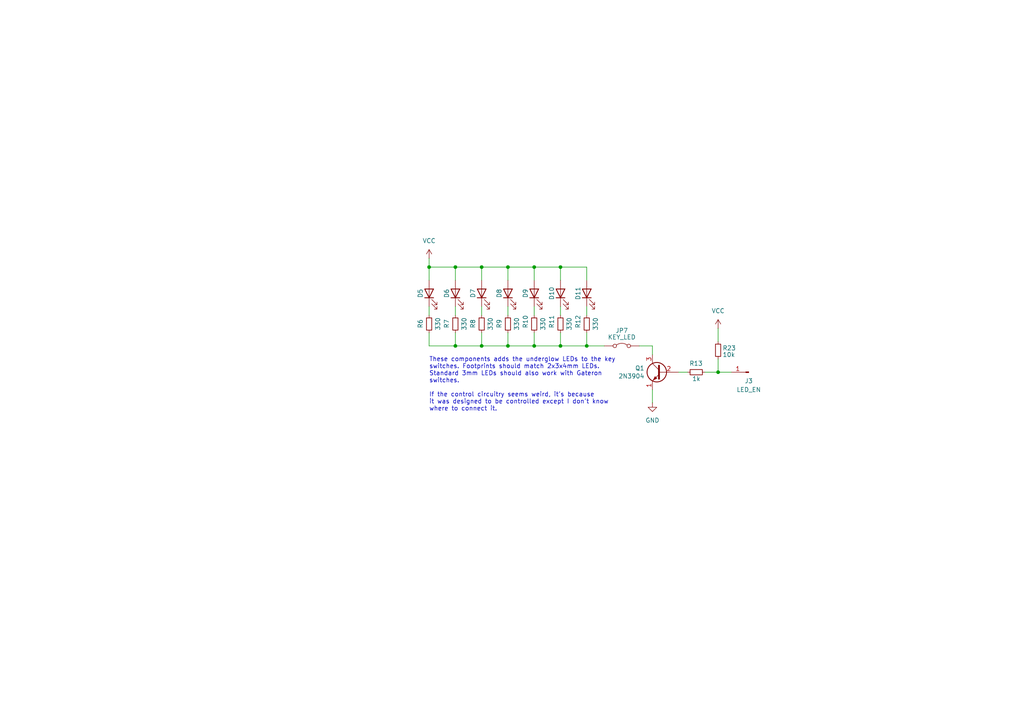
<source format=kicad_sch>
(kicad_sch (version 20231120) (generator "eeschema") (generator_version "8.0")
  (paper "A4")
  (lib_symbols
    (symbol "Connector:Conn_01x01_Pin" (pin_names (offset 1.016) hide)
      (property "Reference" "J" (at 0 2.54 0))
      (property "Value" "Conn_01x01_Pin" (at 0 -2.54 0))
      (symbol "Conn_01x01_Pin_1_1"
        (polyline (pts (xy 1.27 0) (xy 0.8636 0)) (stroke (width 0.1524)))
        (rectangle (start 0.8636 0.127) (end 0 -0.127) (stroke (width 0.1524)) (fill (type outline)))
        (pin passive line (at 5.08 0 180) (length 3.81) (name "Pin_1") (number "1"))
      )
    )
    (symbol "Device:LED" (pin_numbers hide) (pin_names (offset 1.016) hide)
      (property "Reference" "D" (at 0 2.54 0))
      (property "Value" "LED" (at 0 -2.54 0))
      (symbol "LED_0_1"
        (polyline (pts (xy -1.27 -1.27) (xy -1.27 1.27)) (stroke (width 0.254)))
        (polyline (pts (xy -1.27 0) (xy 1.27 0)))
        (polyline (pts (xy 1.27 -1.27) (xy 1.27 1.27) (xy -1.27 0) (xy 1.27 -1.27)) (stroke (width 0.254)))
        (polyline (pts (xy -3.048 -0.762) (xy -4.572 -2.286) (xy -3.81 -2.286) (xy -4.572 -2.286) (xy -4.572 -1.524)))
        (polyline (pts (xy -1.778 -0.762) (xy -3.302 -2.286) (xy -2.54 -2.286) (xy -3.302 -2.286) (xy -3.302 -1.524)))
      )
      (symbol "LED_1_1"
        (pin passive line (at -3.81 0 0) (length 2.54) (name "K") (number "1"))
        (pin passive line (at 3.81 0 180) (length 2.54) (name "A") (number "2"))
      )
    )
    (symbol "Device:R_Small" (pin_numbers hide) (pin_names (offset 0.254) hide)
      (property "Reference" "R" (at 0.762 0.508 0))
      (property "Value" "R_Small" (at 0.762 -1.016 0))
      (symbol "R_Small_0_1"
        (rectangle (start -0.762 1.778) (end 0.762 -1.778) (stroke (width 0.2032)))
      )
      (symbol "R_Small_1_1"
        (pin passive line (at 0 2.54 270) (length 0.762) (name "~") (number "1"))
        (pin passive line (at 0 -2.54 90) (length 0.762) (name "~") (number "2"))
      )
    )
    (symbol "Jumper:Jumper_2_Bridged" (pin_numbers hide) (pin_names (offset 0) hide) (exclude_from_sim yes)
      (property "Reference" "JP" (at 0 1.905 0))
      (property "Value" "Jumper_2_Bridged" (at 0 -2.54 0))
      (symbol "Jumper_2_Bridged_0_0"
        (circle (center -2.032 0) (radius 0.508))
        (circle (center 2.032 0) (radius 0.508))
      )
      (symbol "Jumper_2_Bridged_0_1"
        (arc (start 1.524 0.254) (mid 0 0.762) (end -1.524 0.254))
      )
      (symbol "Jumper_2_Bridged_1_1"
        (pin passive line (at -5.08 0 0) (length 2.54) (name "A") (number "1"))
        (pin passive line (at 5.08 0 180) (length 2.54) (name "B") (number "2"))
      )
    )
    (symbol "Transistor_BJT:2N3904" (pin_names (offset 0) hide)
      (property "Reference" "Q" (at 5.08 1.905 0))
      (property "Value" "2N3904" (at 5.08 0 0))
      (symbol "2N3904_0_1"
        (polyline (pts (xy 0.635 0.635) (xy 2.54 2.54)))
        (polyline (pts (xy 0.635 -0.635) (xy 2.54 -2.54) (xy 2.54 -2.54)))
        (polyline (pts (xy 0.635 1.905) (xy 0.635 -1.905) (xy 0.635 -1.905)) (stroke (width 0.508)))
        (polyline (pts (xy 1.27 -1.778) (xy 1.778 -1.27) (xy 2.286 -2.286) (xy 1.27 -1.778) (xy 1.27 -1.778)) (fill (type outline)))
        (circle (center 1.27 0) (radius 2.8194) (stroke (width 0.254)))
      )
      (symbol "2N3904_1_1"
        (pin passive line (at 2.54 -5.08 90) (length 2.54) (name "E") (number "1"))
        (pin passive line (at -5.08 0 0) (length 5.715) (name "B") (number "2"))
        (pin passive line (at 2.54 5.08 270) (length 2.54) (name "C") (number "3"))
      )
    )
    (symbol "power:GND" (power) (pin_numbers hide) (pin_names (offset 0) hide)
      (property "Value" "GND" (at 0 -3.81 0))
      (symbol "GND_0_1"
        (polyline (pts (xy 0 0) (xy 0 -1.27) (xy 1.27 -1.27) (xy 0 -2.54) (xy -1.27 -1.27) (xy 0 -1.27)))
      )
      (symbol "GND_1_1"
        (pin power_in line (at 0 0 270) (length 0) (name "~") (number "1"))
      )
    )
    (symbol "power:VCC" (power) (pin_numbers hide) (pin_names (offset 0) hide)
      (property "Value" "VCC" (at 0 3.556 0))
      (symbol "VCC_0_1"
        (polyline (pts (xy -0.762 1.27) (xy 0 2.54)))
        (polyline (pts (xy 0 0) (xy 0 2.54)))
        (polyline (pts (xy 0 2.54) (xy 0.762 1.27)))
      )
      (symbol "VCC_1_1"
        (pin power_in line (at 0 0 90) (length 0) (name "~") (number "1"))
      )
    )
  )
  (junction (at 208.28 107.95))
  (junction (at 154.94 100.33))
  (junction (at 162.56 100.33))
  (junction (at 132.08 77.47))
  (junction (at 124.46 77.47))
  (junction (at 147.32 77.47))
  (junction (at 147.32 100.33))
  (junction (at 170.18 100.33))
  (junction (at 139.7 77.47))
  (junction (at 139.7 100.33))
  (junction (at 162.56 77.47))
  (junction (at 154.94 77.47))
  (junction (at 132.08 100.33))
  (wire (pts (xy 170.18 88.9) (xy 170.18 91.44)))
  (wire (pts (xy 139.7 88.9) (xy 139.7 91.44)))
  (wire (pts (xy 139.7 96.52) (xy 139.7 100.33)))
  (wire (pts (xy 170.18 77.47) (xy 170.18 81.28)))
  (wire (pts (xy 124.46 77.47) (xy 124.46 74.93)))
  (wire (pts (xy 208.28 95.25) (xy 208.28 99.06)))
  (wire (pts (xy 124.46 77.47) (xy 124.46 81.28)))
  (wire (pts (xy 154.94 100.33) (xy 147.32 100.33)))
  (wire (pts (xy 154.94 88.9) (xy 154.94 91.44)))
  (wire (pts (xy 170.18 96.52) (xy 170.18 100.33)))
  (wire (pts (xy 154.94 77.47) (xy 147.32 77.47)))
  (wire (pts (xy 132.08 96.52) (xy 132.08 100.33)))
  (wire (pts (xy 124.46 96.52) (xy 124.46 100.33)))
  (wire (pts (xy 162.56 77.47) (xy 154.94 77.47)))
  (wire (pts (xy 208.28 104.14) (xy 208.28 107.95)))
  (wire (pts (xy 170.18 100.33) (xy 162.56 100.33)))
  (wire (pts (xy 139.7 100.33) (xy 132.08 100.33)))
  (wire (pts (xy 147.32 88.9) (xy 147.32 91.44)))
  (wire (pts (xy 185.42 100.33) (xy 189.23 100.33)))
  (wire (pts (xy 189.23 102.87) (xy 189.23 100.33)))
  (wire (pts (xy 189.23 113.03) (xy 189.23 116.84)))
  (wire (pts (xy 162.56 88.9) (xy 162.56 91.44)))
  (wire (pts (xy 132.08 100.33) (xy 124.46 100.33)))
  (wire (pts (xy 162.56 77.47) (xy 162.56 81.28)))
  (wire (pts (xy 162.56 100.33) (xy 154.94 100.33)))
  (wire (pts (xy 170.18 77.47) (xy 162.56 77.47)))
  (wire (pts (xy 147.32 77.47) (xy 147.32 81.28)))
  (wire (pts (xy 139.7 77.47) (xy 139.7 81.28)))
  (wire (pts (xy 139.7 77.47) (xy 132.08 77.47)))
  (wire (pts (xy 208.28 107.95) (xy 212.09 107.95)))
  (wire (pts (xy 199.39 107.95) (xy 196.85 107.95)))
  (wire (pts (xy 147.32 77.47) (xy 139.7 77.47)))
  (wire (pts (xy 124.46 88.9) (xy 124.46 91.44)))
  (wire (pts (xy 147.32 96.52) (xy 147.32 100.33)))
  (wire (pts (xy 154.94 77.47) (xy 154.94 81.28)))
  (wire (pts (xy 132.08 77.47) (xy 132.08 81.28)))
  (wire (pts (xy 170.18 100.33) (xy 175.26 100.33)))
  (wire (pts (xy 147.32 100.33) (xy 139.7 100.33)))
  (wire (pts (xy 204.47 107.95) (xy 208.28 107.95)))
  (wire (pts (xy 162.56 96.52) (xy 162.56 100.33)))
  (wire (pts (xy 154.94 96.52) (xy 154.94 100.33)))
  (wire (pts (xy 132.08 88.9) (xy 132.08 91.44)))
  (wire (pts (xy 132.08 77.47) (xy 124.46 77.47)))
  (text "These components adds the underglow LEDs to the key\nswitches. Footprints should match 2x3x4mm LEDs.\nStandard 3mm LEDs should also work with Gateron\nswitches.\n\nIf the control circuitry seems weird, it's because\nit was designed to be controlled except I don't know\nwhere to connect it." (at 124.46 119.38 0) (effects (font (size 1.27 1.27)) (justify left bottom)))
  (symbol (lib_id "Device:LED") (at 139.7 85.09 90) (unit 1)
    (property "Reference" "D7" (at 137.16 85.09 0))
    (property "Value" "LED" (effects (hide yes)))
    (property "Footprint" "LED_THT:LED_Rectangular_W3.0mm_H2.0mm" (effects (hide yes)))
  )
  (symbol (lib_id "Device:LED") (at 124.46 85.09 90) (unit 1)
    (property "Reference" "D5" (at 121.92 85.09 0))
    (property "Value" "LED" (effects (hide yes)))
    (property "Footprint" "LED_THT:LED_Rectangular_W3.0mm_H2.0mm" (effects (hide yes)))
  )
  (symbol (lib_id "power:VCC") (at 208.28 95.25 0) (unit 1)
    (property "Reference" "#PWR013" (effects (hide yes)))
    (property "Value" "VCC" (at 208.28 90.17 0))
    (property "Description" "Power symbol creates a global label with name \"VCC\"" (effects (hide yes)))
  )
  (symbol (lib_id "Transistor_BJT:2N3904") (at 191.77 107.95 0) (mirror y) (unit 1)
    (property "Reference" "Q1" (at 186.944 106.7816 0) (effects (justify left)))
    (property "Value" "2N3904" (at 186.944 109.093 0) (effects (justify left)))
    (property "Footprint" "Package_TO_SOT_THT:TO-92_Inline_Wide" (effects (hide yes)))
    (property "Datasheet" "https://www.onsemi.com/pub/Collateral/2N3903-D.PDF" (effects (hide yes)))
  )
  (symbol (lib_id "Device:LED") (at 132.08 85.09 90) (unit 1)
    (property "Reference" "D6" (at 129.54 85.09 0))
    (property "Value" "LED" (effects (hide yes)))
    (property "Footprint" "LED_THT:LED_Rectangular_W3.0mm_H2.0mm" (effects (hide yes)))
  )
  (symbol (lib_id "Device:LED") (at 147.32 85.09 90) (unit 1)
    (property "Reference" "D8" (at 144.78 85.09 0))
    (property "Value" "LED" (effects (hide yes)))
    (property "Footprint" "LED_THT:LED_Rectangular_W3.0mm_H2.0mm" (effects (hide yes)))
  )
  (symbol (lib_id "power:GND") (at 189.23 116.84 0) (unit 1)
    (property "Reference" "#PWR012" (effects (hide yes)))
    (property "Value" "GND" (at 189.23 121.92 0))
    (property "Description" "Power symbol creates a global label with name \"GND\" , ground" (effects (hide yes)))
  )
  (symbol (lib_id "Device:LED") (at 154.94 85.09 90) (unit 1)
    (property "Reference" "D9" (at 152.4 85.09 0))
    (property "Value" "LED" (effects (hide yes)))
    (property "Footprint" "LED_THT:LED_Rectangular_W3.0mm_H2.0mm" (effects (hide yes)))
  )
  (symbol (lib_id "Device:LED") (at 162.56 85.09 90) (unit 1)
    (property "Reference" "D10" (at 160.02 85.09 0))
    (property "Value" "LED" (effects (hide yes)))
    (property "Footprint" "LED_THT:LED_Rectangular_W3.0mm_H2.0mm" (effects (hide yes)))
  )
  (symbol (lib_id "Device:R_Small") (at 147.32 93.98 0) (unit 1)
    (property "Reference" "R9" (at 144.78 95.25 90) (effects (justify left)))
    (property "Value" "330" (at 149.86 95.885 90) (effects (justify left)))
    (property "Footprint" "Resistor_THT:R_Axial_DIN0207_L6.3mm_D2.5mm_P10.16mm_Horizontal" (effects (hide yes)))
  )
  (symbol (lib_id "Device:R_Small") (at 124.46 93.98 0) (unit 1)
    (property "Reference" "R6" (at 121.92 95.25 90) (effects (justify left)))
    (property "Value" "330" (at 127 95.885 90) (effects (justify left)))
    (property "Footprint" "Resistor_THT:R_Axial_DIN0207_L6.3mm_D2.5mm_P10.16mm_Horizontal" (effects (hide yes)))
  )
  (symbol (lib_id "Device:R_Small") (at 154.94 93.98 0) (unit 1)
    (property "Reference" "R10" (at 152.4 95.25 90) (effects (justify left)))
    (property "Value" "330" (at 157.48 95.885 90) (effects (justify left)))
    (property "Footprint" "Resistor_THT:R_Axial_DIN0207_L6.3mm_D2.5mm_P10.16mm_Horizontal" (effects (hide yes)))
  )
  (symbol (lib_id "Device:R_Small") (at 208.28 101.6 180) (unit 1)
    (property "Reference" "R23" (at 209.55 100.965 0) (effects (justify right)))
    (property "Value" "10k" (at 209.55 102.87 0) (effects (justify right)))
    (property "Footprint" "Resistor_THT:R_Axial_DIN0207_L6.3mm_D2.5mm_P10.16mm_Horizontal" (effects (hide yes)))
  )
  (symbol (lib_id "Connector:Conn_01x01_Pin") (at 217.17 107.95 0) (mirror y) (unit 1)
    (property "Reference" "J3" (at 217.17 110.49 0))
    (property "Value" "LED_EN" (at 217.17 113.03 0))
    (property "Footprint" "TestPoint:TestPoint_THTPad_D1.5mm_Drill0.7mm" (effects (hide yes)))
    (property "Description" "Generic connector, single row, 01x01, script generated" (effects (hide yes)))
  )
  (symbol (lib_id "Device:R_Small") (at 132.08 93.98 0) (unit 1)
    (property "Reference" "R7" (at 129.54 95.25 90) (effects (justify left)))
    (property "Value" "330" (at 134.62 95.885 90) (effects (justify left)))
    (property "Footprint" "Resistor_THT:R_Axial_DIN0207_L6.3mm_D2.5mm_P10.16mm_Horizontal" (effects (hide yes)))
  )
  (symbol (lib_id "Device:LED") (at 170.18 85.09 90) (unit 1)
    (property "Reference" "D11" (at 167.64 85.09 0))
    (property "Value" "LED" (effects (hide yes)))
    (property "Footprint" "LED_THT:LED_Rectangular_W3.0mm_H2.0mm" (effects (hide yes)))
  )
  (symbol (lib_id "Device:R_Small") (at 201.93 107.95 90) (mirror x) (unit 1)
    (property "Reference" "R13" (at 203.835 105.41 90) (effects (justify left)))
    (property "Value" "1k" (at 203.2 109.855 90) (effects (justify left)))
    (property "Footprint" "Resistor_THT:R_Axial_DIN0207_L6.3mm_D2.5mm_P10.16mm_Horizontal" (effects (hide yes)))
  )
  (symbol (lib_id "Jumper:Jumper_2_Bridged") (at 180.34 100.33 0) (unit 1) (exclude_from_sim yes)
    (property "Reference" "JP7" (at 180.34 95.885 0))
    (property "Value" "KEY_LED" (at 180.34 97.79 0))
    (property "Footprint" "Connector_PinHeader_2.54mm:PinHeader_1x02_P2.54mm_Horizontal" (effects (hide yes)))
    (property "Description" "Jumper, 2-pole, closed/bridged" (effects (hide yes)))
  )
  (symbol (lib_id "Device:R_Small") (at 139.7 93.98 0) (unit 1)
    (property "Reference" "R8" (at 137.16 95.25 90) (effects (justify left)))
    (property "Value" "330" (at 142.24 95.885 90) (effects (justify left)))
    (property "Footprint" "Resistor_THT:R_Axial_DIN0207_L6.3mm_D2.5mm_P10.16mm_Horizontal" (effects (hide yes)))
  )
  (symbol (lib_id "power:VCC") (at 124.46 74.93 0) (unit 1)
    (property "Reference" "#PWR011" (effects (hide yes)))
    (property "Value" "VCC" (at 124.46 69.85 0))
    (property "Description" "Power symbol creates a global label with name \"VCC\"" (effects (hide yes)))
  )
  (symbol (lib_id "Device:R_Small") (at 170.18 93.98 0) (unit 1)
    (property "Reference" "R12" (at 167.64 95.25 90) (effects (justify left)))
    (property "Value" "330" (at 172.72 95.885 90) (effects (justify left)))
    (property "Footprint" "Resistor_THT:R_Axial_DIN0207_L6.3mm_D2.5mm_P10.16mm_Horizontal" (effects (hide yes)))
  )
  (symbol (lib_id "Device:R_Small") (at 162.56 93.98 0) (unit 1)
    (property "Reference" "R11" (at 160.02 95.25 90) (effects (justify left)))
    (property "Value" "330" (at 165.1 95.885 90) (effects (justify left)))
    (property "Footprint" "Resistor_THT:R_Axial_DIN0207_L6.3mm_D2.5mm_P10.16mm_Horizontal" (effects (hide yes)))
  )
)
</source>
